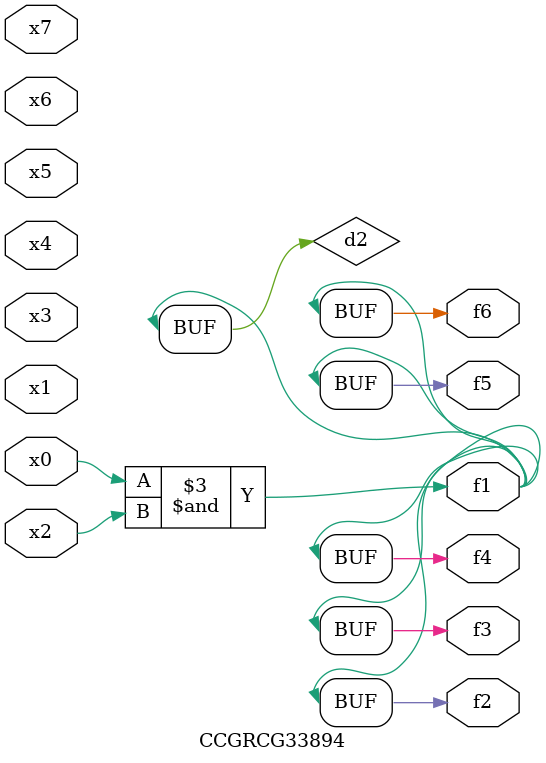
<source format=v>
module CCGRCG33894(
	input x0, x1, x2, x3, x4, x5, x6, x7,
	output f1, f2, f3, f4, f5, f6
);

	wire d1, d2;

	nor (d1, x3, x6);
	and (d2, x0, x2);
	assign f1 = d2;
	assign f2 = d2;
	assign f3 = d2;
	assign f4 = d2;
	assign f5 = d2;
	assign f6 = d2;
endmodule

</source>
